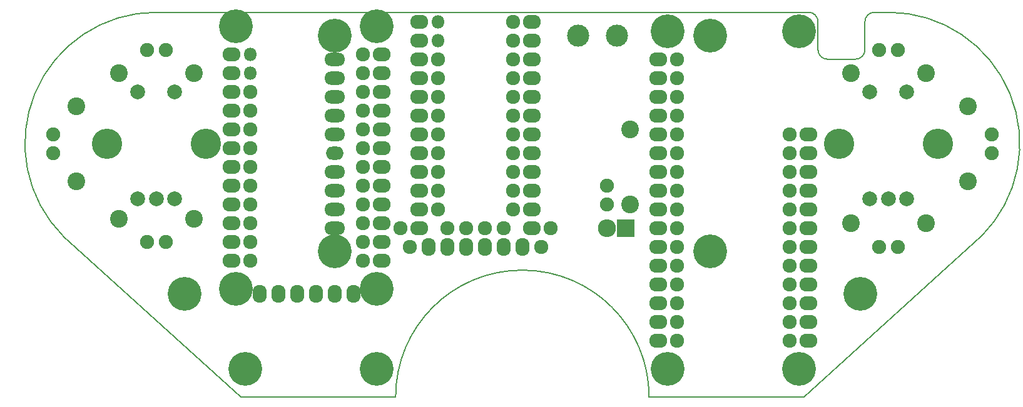
<source format=gbs>
G04 #@! TF.FileFunction,Soldermask,Bot*
%FSLAX46Y46*%
G04 Gerber Fmt 4.6, Leading zero omitted, Abs format (unit mm)*
G04 Created by KiCad (PCBNEW 4.0.1-3.201512221401+6198~38~ubuntu15.10.1-stable) date Mon Feb 15 20:14:59 2016*
%MOMM*%
G01*
G04 APERTURE LIST*
%ADD10C,0.101600*%
%ADD11C,0.152400*%
%ADD12O,2.432000X1.924000*%
%ADD13O,1.924000X2.432000*%
%ADD14O,1.924000X1.924000*%
%ADD15O,1.797000X1.797000*%
%ADD16C,1.901140*%
%ADD17C,2.398980*%
%ADD18R,2.432000X2.432000*%
%ADD19O,2.432000X2.432000*%
%ADD20C,4.572000*%
%ADD21O,2.813000X1.797000*%
%ADD22O,2.432000X1.797000*%
%ADD23C,1.924000*%
%ADD24C,2.000000*%
%ADD25C,4.100000*%
%ADD26C,3.000000*%
G04 APERTURE END LIST*
D10*
D11*
X139700000Y-22860000D02*
X141605000Y-22860000D01*
X139700000Y-22860000D02*
G75*
G03X138430000Y-24130000I0J-1270000D01*
G01*
X132080000Y-24130000D02*
G75*
G03X130810000Y-22860000I-1270000J0D01*
G01*
X137160000Y-29210000D02*
G75*
G03X138430000Y-27940000I0J1270000D01*
G01*
X132080000Y-27940000D02*
G75*
G03X133350000Y-29210000I1270000J0D01*
G01*
X133350000Y-29210000D02*
X137160000Y-29210000D01*
X138430000Y-27940000D02*
X138430000Y-24130000D01*
X132080000Y-24130000D02*
X132080000Y-27940000D01*
X109220000Y-74930000D02*
X130175000Y-74930000D01*
X74930000Y-74930000D02*
X53975000Y-74930000D01*
X109220000Y-74930000D02*
G75*
G03X92075000Y-57785000I-17145000J0D01*
G01*
X92075000Y-57785000D02*
G75*
G03X74930000Y-74930000I0J-17145000D01*
G01*
X53975000Y-74930000D02*
X29972000Y-53213000D01*
X29972641Y-53212359D02*
G75*
G02X42545000Y-22860000I12572359J12572359D01*
G01*
X42545000Y-22860000D02*
X130810000Y-22860000D01*
X130175000Y-74930000D02*
X154178000Y-53213000D01*
X154177359Y-53212359D02*
G75*
G03X141605000Y-22860000I-12572359J12572359D01*
G01*
D12*
X93345000Y-24130000D03*
X93345000Y-26670000D03*
X93345000Y-29210000D03*
X93345000Y-31750000D03*
X93345000Y-34290000D03*
X93345000Y-36830000D03*
X93345000Y-39370000D03*
X93345000Y-41910000D03*
X93345000Y-44450000D03*
X93345000Y-46990000D03*
X93345000Y-49530000D03*
X93345000Y-52070000D03*
D13*
X92075000Y-54610000D03*
X89535000Y-54610000D03*
X86995000Y-54610000D03*
X84455000Y-54610000D03*
X81915000Y-54610000D03*
X79375000Y-54610000D03*
D12*
X78105000Y-52069999D03*
X78105000Y-49530000D03*
X78105000Y-46990000D03*
X78105000Y-44450000D03*
X78105000Y-41910000D03*
X78105000Y-39370000D03*
X78105000Y-36830000D03*
X78105000Y-34290000D03*
X78105000Y-31750000D03*
X78105000Y-29210000D03*
X78105000Y-26670000D03*
X78105000Y-24130000D03*
D14*
X90805000Y-24130000D03*
X90805000Y-26670000D03*
X90805000Y-29210000D03*
X90805000Y-31750000D03*
X90805000Y-34290000D03*
X90805000Y-36830000D03*
X90805000Y-39370000D03*
X90805000Y-41910000D03*
X90805000Y-44450000D03*
X90805000Y-46990000D03*
X90805000Y-49530000D03*
X95885000Y-52070000D03*
X94615000Y-54610000D03*
X89535000Y-52070000D03*
X86995000Y-52070000D03*
X84455000Y-52070000D03*
X81915000Y-52070000D03*
X76835000Y-54610000D03*
X75565000Y-52070000D03*
X80645000Y-49530000D03*
X80645000Y-46990000D03*
X80645000Y-44450000D03*
X80645000Y-41910000D03*
X80645000Y-39370000D03*
X80645000Y-36830000D03*
X80645000Y-34290000D03*
X80645000Y-31750000D03*
X80645000Y-29210000D03*
D15*
X80645000Y-26670000D03*
X80645000Y-24130000D03*
D16*
X140335000Y-54610000D03*
X142875000Y-54610000D03*
X155575000Y-41910000D03*
X155575000Y-39370000D03*
X140335000Y-27940000D03*
X142875000Y-27940000D03*
X103505000Y-48895000D03*
X103505000Y-46355000D03*
X28575000Y-41910000D03*
X28575000Y-39370000D03*
X43815000Y-53975000D03*
X41275000Y-53975000D03*
X43815000Y-27940000D03*
X41275000Y-27940000D03*
D17*
X146685000Y-51435000D03*
X136525000Y-51435000D03*
X152400000Y-35560000D03*
X152400000Y-45720000D03*
X146685000Y-31115000D03*
X136525000Y-31115000D03*
X106680000Y-38735000D03*
X106680000Y-48895000D03*
X31750000Y-35560000D03*
X31750000Y-45720000D03*
X37465000Y-50800000D03*
X47625000Y-50800000D03*
X37465000Y-31115000D03*
X47625000Y-31115000D03*
D18*
X106045000Y-52070000D03*
D19*
X103505000Y-52070000D03*
D12*
X73025000Y-28575000D03*
X73025000Y-31115000D03*
X73025000Y-33655000D03*
X73025000Y-36195000D03*
X73025000Y-38735000D03*
X73025000Y-41275000D03*
X73025000Y-43815000D03*
X73025000Y-46355000D03*
X73025000Y-48895000D03*
X73025000Y-51435000D03*
X73025000Y-53975000D03*
X73025000Y-56515000D03*
D13*
X69215000Y-60960000D03*
X66675000Y-60960000D03*
X64135000Y-60960000D03*
X61595000Y-60960000D03*
X59055000Y-60960000D03*
X56515000Y-60960000D03*
D12*
X52705000Y-56515000D03*
X52705000Y-53975000D03*
X52705000Y-51435000D03*
X52705000Y-48895000D03*
X52705000Y-46355000D03*
X52705000Y-43815000D03*
X52705000Y-41275000D03*
X52705000Y-38735000D03*
X52705000Y-36195000D03*
X52705000Y-33655000D03*
X52705000Y-31115000D03*
X52705000Y-28575000D03*
D20*
X72390000Y-60325000D03*
X53340000Y-60325000D03*
X53340000Y-24765000D03*
X72390000Y-24765000D03*
D14*
X70485000Y-28575000D03*
X70485000Y-31115000D03*
X70485000Y-33655000D03*
X70485000Y-36195000D03*
X70485000Y-38735000D03*
X70485000Y-41275000D03*
X70485000Y-43815000D03*
X70485000Y-46355000D03*
X70485000Y-48895000D03*
X70485000Y-51435000D03*
X70485000Y-53975000D03*
X70485000Y-56515000D03*
X55245000Y-56515000D03*
X55245000Y-53975000D03*
X55245000Y-51435000D03*
X55245000Y-48895000D03*
X55245000Y-46355000D03*
X55245000Y-43815000D03*
X55245000Y-41275000D03*
X55245000Y-38735000D03*
X55245000Y-36195000D03*
X55245000Y-33655000D03*
D15*
X55245000Y-31115000D03*
X55245000Y-28575000D03*
D20*
X72390000Y-71120000D03*
X54610000Y-71120000D03*
X137795000Y-60960000D03*
X46355000Y-60960000D03*
D21*
X66675000Y-29210000D03*
X66675000Y-31750000D03*
X66675000Y-34290000D03*
X66675000Y-36830000D03*
X66675000Y-39370000D03*
D22*
X66675000Y-41910000D03*
D21*
X66675000Y-44450000D03*
X66675000Y-46990000D03*
X66675000Y-49530000D03*
X66675000Y-52070000D03*
D20*
X66675000Y-55245000D03*
X117475000Y-55245000D03*
X117475000Y-26035000D03*
X66675000Y-26035000D03*
D12*
X130810000Y-67310000D03*
X130810000Y-64770000D03*
X130810000Y-62230000D03*
X130810000Y-59690000D03*
X130810000Y-57150000D03*
X130810000Y-54610000D03*
X130810000Y-52070000D03*
X130810000Y-49530000D03*
X130810000Y-46990000D03*
X130810000Y-44450000D03*
X130810000Y-41910000D03*
X130810000Y-39370000D03*
X110490000Y-29210000D03*
X110490000Y-31750000D03*
X110490000Y-34290000D03*
X110490000Y-36830000D03*
X110490000Y-39370000D03*
X110490000Y-41910000D03*
X110490000Y-44450000D03*
X110490000Y-46990000D03*
X110490000Y-49530000D03*
X110490000Y-52070000D03*
X110490000Y-54610000D03*
X110490000Y-57150000D03*
X110490000Y-59690000D03*
X110490000Y-62230000D03*
X110490000Y-64770000D03*
X110490000Y-67310000D03*
D20*
X129540000Y-25400000D03*
X111760000Y-25400000D03*
D23*
X128270000Y-67310000D03*
X128270000Y-64770000D03*
X128270000Y-62230000D03*
X128270000Y-59690000D03*
X128270000Y-57150000D03*
X128270000Y-54610000D03*
X128270000Y-52070000D03*
X128270000Y-49530000D03*
X128270000Y-46990000D03*
X128270000Y-44450000D03*
X128270000Y-41910000D03*
X128270000Y-39370000D03*
X113030000Y-29210000D03*
X113030000Y-31750000D03*
X113030000Y-34290000D03*
X113030000Y-36830000D03*
X113030000Y-39370000D03*
X113030000Y-41910000D03*
X113030000Y-44450000D03*
X113030000Y-46990000D03*
X113030000Y-49530000D03*
X113030000Y-52070000D03*
X113030000Y-54610000D03*
X113030000Y-57150000D03*
X113030000Y-59690000D03*
X113030000Y-62230000D03*
X113030000Y-64770000D03*
X113030000Y-67310000D03*
D20*
X129540000Y-71120000D03*
X111760000Y-71120000D03*
D24*
X42545000Y-48140000D03*
X40045000Y-48140000D03*
X45045000Y-48140000D03*
X40045000Y-33640000D03*
X45045000Y-33640000D03*
D25*
X49245000Y-40640000D03*
X35845000Y-40640000D03*
D24*
X141605000Y-48140000D03*
X139105000Y-48140000D03*
X144105000Y-48140000D03*
X139105000Y-33640000D03*
X144105000Y-33640000D03*
D25*
X148305000Y-40640000D03*
X134905000Y-40640000D03*
D26*
X99585000Y-26035000D03*
X104885000Y-26035000D03*
M02*

</source>
